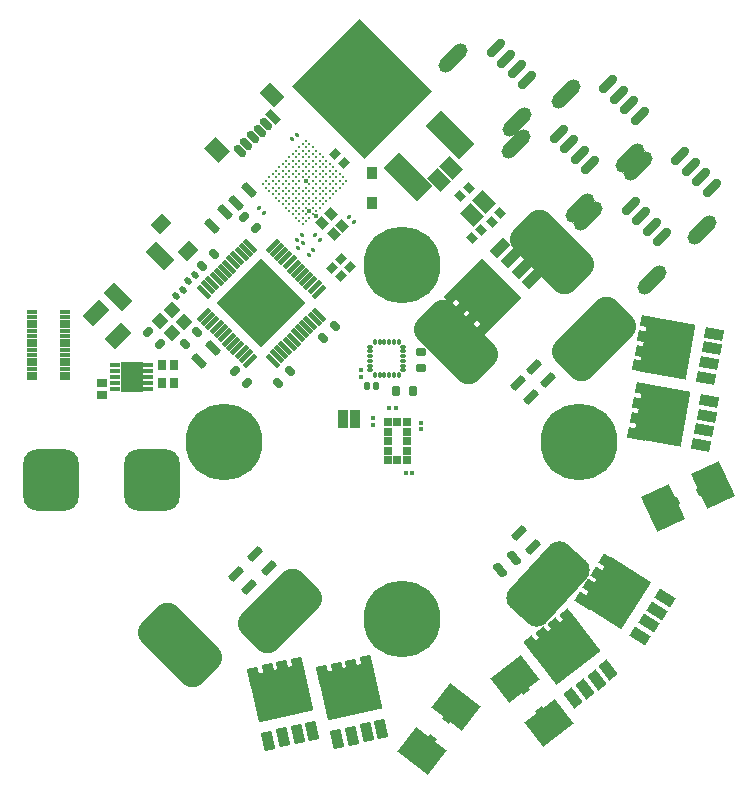
<source format=gts>
G04 Layer_Color=8388736*
%FSLAX44Y44*%
%MOMM*%
G71*
G01*
G75*
G04:AMPARAMS|DCode=15|XSize=0.508mm|YSize=0.6096mm|CornerRadius=0.127mm|HoleSize=0mm|Usage=FLASHONLY|Rotation=225.000|XOffset=0mm|YOffset=0mm|HoleType=Round|Shape=RoundedRectangle|*
%AMROUNDEDRECTD15*
21,1,0.5080,0.3556,0,0,225.0*
21,1,0.2540,0.6096,0,0,225.0*
1,1,0.2540,-0.2155,0.0359*
1,1,0.2540,-0.0359,0.2155*
1,1,0.2540,0.2155,-0.0359*
1,1,0.2540,0.0359,-0.2155*
%
%ADD15ROUNDEDRECTD15*%
G04:AMPARAMS|DCode=28|XSize=0.7112mm|YSize=1.3208mm|CornerRadius=0.1778mm|HoleSize=0mm|Usage=FLASHONLY|Rotation=135.000|XOffset=0mm|YOffset=0mm|HoleType=Round|Shape=RoundedRectangle|*
%AMROUNDEDRECTD28*
21,1,0.7112,0.9652,0,0,135.0*
21,1,0.3556,1.3208,0,0,135.0*
1,1,0.3556,0.2155,0.4670*
1,1,0.3556,0.4670,0.2155*
1,1,0.3556,-0.2155,-0.4670*
1,1,0.3556,-0.4670,-0.2155*
%
%ADD28ROUNDEDRECTD28*%
G04:AMPARAMS|DCode=32|XSize=0.7112mm|YSize=1.3208mm|CornerRadius=0.1778mm|HoleSize=0mm|Usage=FLASHONLY|Rotation=135.000|XOffset=0mm|YOffset=0mm|HoleType=Round|Shape=RoundedRectangle|*
%AMROUNDEDRECTD32*
21,1,0.7112,0.9652,0,0,135.0*
21,1,0.3556,1.3208,0,0,135.0*
1,1,0.3556,0.2155,0.4670*
1,1,0.3556,0.4670,0.2155*
1,1,0.3556,-0.2155,-0.4670*
1,1,0.3556,-0.4670,-0.2155*
%
%ADD32ROUNDEDRECTD32*%
G04:AMPARAMS|DCode=41|XSize=0.32mm|YSize=0.36mm|CornerRadius=0.08mm|HoleSize=0mm|Usage=FLASHONLY|Rotation=45.000|XOffset=0mm|YOffset=0mm|HoleType=Round|Shape=RoundedRectangle|*
%AMROUNDEDRECTD41*
21,1,0.3200,0.2000,0,0,45.0*
21,1,0.1600,0.3600,0,0,45.0*
1,1,0.1600,0.1273,-0.0141*
1,1,0.1600,0.0141,-0.1273*
1,1,0.1600,-0.1273,0.0141*
1,1,0.1600,-0.0141,0.1273*
%
%ADD41ROUNDEDRECTD41*%
G04:AMPARAMS|DCode=43|XSize=0.32mm|YSize=0.36mm|CornerRadius=0.08mm|HoleSize=0mm|Usage=FLASHONLY|Rotation=135.000|XOffset=0mm|YOffset=0mm|HoleType=Round|Shape=RoundedRectangle|*
%AMROUNDEDRECTD43*
21,1,0.3200,0.2000,0,0,135.0*
21,1,0.1600,0.3600,0,0,135.0*
1,1,0.1600,0.0141,0.1273*
1,1,0.1600,0.1273,0.0141*
1,1,0.1600,-0.0141,-0.1273*
1,1,0.1600,-0.1273,-0.0141*
%
%ADD43ROUNDEDRECTD43*%
G04:AMPARAMS|DCode=45|XSize=0.7112mm|YSize=1.3208mm|CornerRadius=0.1778mm|HoleSize=0mm|Usage=FLASHONLY|Rotation=45.296|XOffset=0mm|YOffset=0mm|HoleType=Round|Shape=RoundedRectangle|*
%AMROUNDEDRECTD45*
21,1,0.7112,0.9652,0,0,45.3*
21,1,0.3556,1.3208,0,0,45.3*
1,1,0.3556,0.4681,-0.2131*
1,1,0.3556,0.2179,-0.4658*
1,1,0.3556,-0.4681,0.2131*
1,1,0.3556,-0.2179,0.4658*
%
%ADD45ROUNDEDRECTD45*%
G04:AMPARAMS|DCode=49|XSize=0.6096mm|YSize=0.9144mm|CornerRadius=0.1524mm|HoleSize=0mm|Usage=FLASHONLY|Rotation=45.000|XOffset=0mm|YOffset=0mm|HoleType=Round|Shape=RoundedRectangle|*
%AMROUNDEDRECTD49*
21,1,0.6096,0.6096,0,0,45.0*
21,1,0.3048,0.9144,0,0,45.0*
1,1,0.3048,0.3233,-0.1078*
1,1,0.3048,0.1078,-0.3233*
1,1,0.3048,-0.3233,0.1078*
1,1,0.3048,-0.1078,0.3233*
%
%ADD49ROUNDEDRECTD49*%
G04:AMPARAMS|DCode=53|XSize=0.6096mm|YSize=0.9144mm|CornerRadius=0.1524mm|HoleSize=0mm|Usage=FLASHONLY|Rotation=135.000|XOffset=0mm|YOffset=0mm|HoleType=Round|Shape=RoundedRectangle|*
%AMROUNDEDRECTD53*
21,1,0.6096,0.6096,0,0,135.0*
21,1,0.3048,0.9144,0,0,135.0*
1,1,0.3048,0.1078,0.3233*
1,1,0.3048,0.3233,0.1078*
1,1,0.3048,-0.1078,-0.3233*
1,1,0.3048,-0.3233,-0.1078*
%
%ADD53ROUNDEDRECTD53*%
G04:AMPARAMS|DCode=54|XSize=0.32mm|YSize=0.36mm|CornerRadius=0.08mm|HoleSize=0mm|Usage=FLASHONLY|Rotation=0.000|XOffset=0mm|YOffset=0mm|HoleType=Round|Shape=RoundedRectangle|*
%AMROUNDEDRECTD54*
21,1,0.3200,0.2000,0,0,0.0*
21,1,0.1600,0.3600,0,0,0.0*
1,1,0.1600,0.0800,-0.1000*
1,1,0.1600,-0.0800,-0.1000*
1,1,0.1600,-0.0800,0.1000*
1,1,0.1600,0.0800,0.1000*
%
%ADD54ROUNDEDRECTD54*%
G04:AMPARAMS|DCode=55|XSize=0.32mm|YSize=0.36mm|CornerRadius=0.08mm|HoleSize=0mm|Usage=FLASHONLY|Rotation=270.000|XOffset=0mm|YOffset=0mm|HoleType=Round|Shape=RoundedRectangle|*
%AMROUNDEDRECTD55*
21,1,0.3200,0.2000,0,0,270.0*
21,1,0.1600,0.3600,0,0,270.0*
1,1,0.1600,-0.1000,-0.0800*
1,1,0.1600,-0.1000,0.0800*
1,1,0.1600,0.1000,0.0800*
1,1,0.1600,0.1000,-0.0800*
%
%ADD55ROUNDEDRECTD55*%
G04:AMPARAMS|DCode=59|XSize=0.508mm|YSize=0.6096mm|CornerRadius=0.127mm|HoleSize=0mm|Usage=FLASHONLY|Rotation=180.000|XOffset=0mm|YOffset=0mm|HoleType=Round|Shape=RoundedRectangle|*
%AMROUNDEDRECTD59*
21,1,0.5080,0.3556,0,0,180.0*
21,1,0.2540,0.6096,0,0,180.0*
1,1,0.2540,-0.1270,0.1778*
1,1,0.2540,0.1270,0.1778*
1,1,0.2540,0.1270,-0.1778*
1,1,0.2540,-0.1270,-0.1778*
%
%ADD59ROUNDEDRECTD59*%
G04:AMPARAMS|DCode=60|XSize=0.6096mm|YSize=0.9144mm|CornerRadius=0.1524mm|HoleSize=0mm|Usage=FLASHONLY|Rotation=0.000|XOffset=0mm|YOffset=0mm|HoleType=Round|Shape=RoundedRectangle|*
%AMROUNDEDRECTD60*
21,1,0.6096,0.6096,0,0,0.0*
21,1,0.3048,0.9144,0,0,0.0*
1,1,0.3048,0.1524,-0.3048*
1,1,0.3048,-0.1524,-0.3048*
1,1,0.3048,-0.1524,0.3048*
1,1,0.3048,0.1524,0.3048*
%
%ADD60ROUNDEDRECTD60*%
G04:AMPARAMS|DCode=61|XSize=0.6096mm|YSize=0.9144mm|CornerRadius=0.1524mm|HoleSize=0mm|Usage=FLASHONLY|Rotation=90.000|XOffset=0mm|YOffset=0mm|HoleType=Round|Shape=RoundedRectangle|*
%AMROUNDEDRECTD61*
21,1,0.6096,0.6096,0,0,90.0*
21,1,0.3048,0.9144,0,0,90.0*
1,1,0.3048,0.3048,0.1524*
1,1,0.3048,0.3048,-0.1524*
1,1,0.3048,-0.3048,-0.1524*
1,1,0.3048,-0.3048,0.1524*
%
%ADD61ROUNDEDRECTD61*%
G04:AMPARAMS|DCode=80|XSize=0.7112mm|YSize=1.3208mm|CornerRadius=0.1778mm|HoleSize=0mm|Usage=FLASHONLY|Rotation=220.000|XOffset=0mm|YOffset=0mm|HoleType=Round|Shape=RoundedRectangle|*
%AMROUNDEDRECTD80*
21,1,0.7112,0.9652,0,0,220.0*
21,1,0.3556,1.3208,0,0,220.0*
1,1,0.3556,-0.4464,0.2554*
1,1,0.3556,-0.1740,0.4840*
1,1,0.3556,0.4464,-0.2554*
1,1,0.3556,0.1740,-0.4840*
%
%ADD80ROUNDEDRECTD80*%
%ADD157C,0.2705*%
G04:AMPARAMS|DCode=158|XSize=4.2032mm|YSize=7.2032mm|CornerRadius=1.1016mm|HoleSize=0mm|Usage=FLASHONLY|Rotation=135.000|XOffset=0mm|YOffset=0mm|HoleType=Round|Shape=RoundedRectangle|*
%AMROUNDEDRECTD158*
21,1,4.2032,5.0000,0,0,135.0*
21,1,2.0000,7.2032,0,0,135.0*
1,1,2.2032,1.0607,2.4749*
1,1,2.2032,2.4749,1.0607*
1,1,2.2032,-1.0607,-2.4749*
1,1,2.2032,-2.4749,-1.0607*
%
%ADD158ROUNDEDRECTD158*%
G04:AMPARAMS|DCode=159|XSize=4.2032mm|YSize=7.2032mm|CornerRadius=1.1016mm|HoleSize=0mm|Usage=FLASHONLY|Rotation=225.000|XOffset=0mm|YOffset=0mm|HoleType=Round|Shape=RoundedRectangle|*
%AMROUNDEDRECTD159*
21,1,4.2032,5.0000,0,0,225.0*
21,1,2.0000,7.2032,0,0,225.0*
1,1,2.2032,-2.4749,1.0607*
1,1,2.2032,-1.0607,2.4749*
1,1,2.2032,2.4749,-1.0607*
1,1,2.2032,1.0607,-2.4749*
%
%ADD159ROUNDEDRECTD159*%
G04:AMPARAMS|DCode=160|XSize=1.8232mm|YSize=4.0132mm|CornerRadius=0mm|HoleSize=0mm|Usage=FLASHONLY|Rotation=225.000|XOffset=0mm|YOffset=0mm|HoleType=Round|Shape=Rectangle|*
%AMROTATEDRECTD160*
4,1,4,-0.7743,2.0635,2.0635,-0.7743,0.7743,-2.0635,-2.0635,0.7743,-0.7743,2.0635,0.0*
%
%ADD160ROTATEDRECTD160*%

G04:AMPARAMS|DCode=161|XSize=8.0732mm|YSize=8.7132mm|CornerRadius=0mm|HoleSize=0mm|Usage=FLASHONLY|Rotation=225.000|XOffset=0mm|YOffset=0mm|HoleType=Round|Shape=Rectangle|*
%AMROTATEDRECTD161*
4,1,4,-0.2263,5.9349,5.9349,-0.2263,0.2263,-5.9349,-5.9349,0.2263,-0.2263,5.9349,0.0*
%
%ADD161ROTATEDRECTD161*%

G04:AMPARAMS|DCode=162|XSize=4.0532mm|YSize=4.7232mm|CornerRadius=0mm|HoleSize=0mm|Usage=FLASHONLY|Rotation=102.602|XOffset=0mm|YOffset=0mm|HoleType=Round|Shape=Rectangle|*
%AMROTATEDRECTD162*
4,1,4,2.7469,-1.4625,-1.8626,-2.4930,-2.7469,1.4625,1.8626,2.4930,2.7469,-1.4625,0.0*
%
%ADD162ROTATEDRECTD162*%

G04:AMPARAMS|DCode=163|XSize=0.9132mm|YSize=1.5732mm|CornerRadius=0mm|HoleSize=0mm|Usage=FLASHONLY|Rotation=192.602|XOffset=0mm|YOffset=0mm|HoleType=Round|Shape=Rectangle|*
%AMROTATEDRECTD163*
4,1,4,0.2740,0.8673,0.6172,-0.6680,-0.2740,-0.8673,-0.6172,0.6680,0.2740,0.8673,0.0*
%
%ADD163ROTATEDRECTD163*%

G04:AMPARAMS|DCode=164|XSize=3.2532mm|YSize=2.6032mm|CornerRadius=0mm|HoleSize=0mm|Usage=FLASHONLY|Rotation=142.500|XOffset=0mm|YOffset=0mm|HoleType=Round|Shape=Rectangle|*
%AMROTATEDRECTD164*
4,1,4,2.0828,0.0424,0.4981,-2.0228,-2.0828,-0.0424,-0.4981,2.0228,2.0828,0.0424,0.0*
%
%ADD164ROTATEDRECTD164*%

%ADD165P,0.9945X4X187.5*%
G04:AMPARAMS|DCode=166|XSize=3.2532mm|YSize=2.6032mm|CornerRadius=0mm|HoleSize=0mm|Usage=FLASHONLY|Rotation=217.500|XOffset=0mm|YOffset=0mm|HoleType=Round|Shape=Rectangle|*
%AMROTATEDRECTD166*
4,1,4,0.4981,2.0228,2.0828,-0.0424,-0.4981,-2.0228,-2.0828,0.0424,0.4981,2.0228,0.0*
%
%ADD166ROTATEDRECTD166*%

%ADD167P,0.9945X4X262.5*%
G04:AMPARAMS|DCode=168|XSize=4.0532mm|YSize=4.7232mm|CornerRadius=0mm|HoleSize=0mm|Usage=FLASHONLY|Rotation=127.500|XOffset=0mm|YOffset=0mm|HoleType=Round|Shape=Rectangle|*
%AMROTATEDRECTD168*
4,1,4,3.1073,-0.1702,-0.6399,-3.0455,-3.1073,0.1702,0.6399,3.0455,3.1073,-0.1702,0.0*
%
%ADD168ROTATEDRECTD168*%

G04:AMPARAMS|DCode=169|XSize=0.9132mm|YSize=1.5732mm|CornerRadius=0mm|HoleSize=0mm|Usage=FLASHONLY|Rotation=217.500|XOffset=0mm|YOffset=0mm|HoleType=Round|Shape=Rectangle|*
%AMROTATEDRECTD169*
4,1,4,-0.1166,0.9020,0.8411,-0.3461,0.1166,-0.9020,-0.8411,0.3461,-0.1166,0.9020,0.0*
%
%ADD169ROTATEDRECTD169*%

G04:AMPARAMS|DCode=170|XSize=4.2032mm|YSize=7.2032mm|CornerRadius=1.1016mm|HoleSize=0mm|Usage=FLASHONLY|Rotation=317.500|XOffset=0mm|YOffset=0mm|HoleType=Round|Shape=RoundedRectangle|*
%AMROUNDEDRECTD170*
21,1,4.2032,5.0000,0,0,317.5*
21,1,2.0000,7.2032,0,0,317.5*
1,1,2.2032,-0.9517,-2.5188*
1,1,2.2032,-2.4263,-1.1676*
1,1,2.2032,0.9517,2.5188*
1,1,2.2032,2.4263,1.1676*
%
%ADD170ROUNDEDRECTD170*%
G04:AMPARAMS|DCode=171|XSize=3.2532mm|YSize=2.6032mm|CornerRadius=0mm|HoleSize=0mm|Usage=FLASHONLY|Rotation=295.000|XOffset=0mm|YOffset=0mm|HoleType=Round|Shape=Rectangle|*
%AMROTATEDRECTD171*
4,1,4,-1.8671,0.9241,0.4922,2.0243,1.8671,-0.9241,-0.4922,-2.0243,-1.8671,0.9241,0.0*
%
%ADD171ROTATEDRECTD171*%

%ADD172P,0.9945X4X340.0*%
G04:AMPARAMS|DCode=173|XSize=0.7112mm|YSize=0.8128mm|CornerRadius=0mm|HoleSize=0mm|Usage=FLASHONLY|Rotation=45.000|XOffset=0mm|YOffset=0mm|HoleType=Round|Shape=Rectangle|*
%AMROTATEDRECTD173*
4,1,4,0.0359,-0.5388,-0.5388,0.0359,-0.0359,0.5388,0.5388,-0.0359,0.0359,-0.5388,0.0*
%
%ADD173ROTATEDRECTD173*%

G04:AMPARAMS|DCode=174|XSize=1.6032mm|YSize=1.3032mm|CornerRadius=0mm|HoleSize=0mm|Usage=FLASHONLY|Rotation=135.000|XOffset=0mm|YOffset=0mm|HoleType=Round|Shape=Rectangle|*
%AMROTATEDRECTD174*
4,1,4,1.0276,-0.1061,0.1061,-1.0276,-1.0276,0.1061,-0.1061,1.0276,1.0276,-0.1061,0.0*
%
%ADD174ROTATEDRECTD174*%

G04:AMPARAMS|DCode=175|XSize=1.7032mm|YSize=1.4032mm|CornerRadius=0mm|HoleSize=0mm|Usage=FLASHONLY|Rotation=135.000|XOffset=0mm|YOffset=0mm|HoleType=Round|Shape=Rectangle|*
%AMROTATEDRECTD175*
4,1,4,1.0983,-0.1061,0.1061,-1.0983,-1.0983,0.1061,-0.1061,1.0983,1.0983,-0.1061,0.0*
%
%ADD175ROTATEDRECTD175*%

G04:AMPARAMS|DCode=176|XSize=0.7032mm|YSize=1.2032mm|CornerRadius=0.3516mm|HoleSize=0mm|Usage=FLASHONLY|Rotation=45.000|XOffset=0mm|YOffset=0mm|HoleType=Round|Shape=RoundedRectangle|*
%AMROUNDEDRECTD176*
21,1,0.7032,0.5000,0,0,45.0*
21,1,0.0000,1.2032,0,0,45.0*
1,1,0.7032,0.1768,-0.1768*
1,1,0.7032,0.1768,-0.1768*
1,1,0.7032,-0.1768,0.1768*
1,1,0.7032,-0.1768,0.1768*
%
%ADD176ROUNDEDRECTD176*%
G04:AMPARAMS|DCode=177|XSize=0.7032mm|YSize=1.2032mm|CornerRadius=0mm|HoleSize=0mm|Usage=FLASHONLY|Rotation=45.000|XOffset=0mm|YOffset=0mm|HoleType=Round|Shape=Rectangle|*
%AMROTATEDRECTD177*
4,1,4,0.1768,-0.6740,-0.6740,0.1768,-0.1768,0.6740,0.6740,-0.1768,0.1768,-0.6740,0.0*
%
%ADD177ROTATEDRECTD177*%

G04:AMPARAMS|DCode=178|XSize=1.7032mm|YSize=1.2032mm|CornerRadius=0mm|HoleSize=0mm|Usage=FLASHONLY|Rotation=135.000|XOffset=0mm|YOffset=0mm|HoleType=Round|Shape=Rectangle|*
%AMROTATEDRECTD178*
4,1,4,1.0276,-0.1768,0.1768,-1.0276,-1.0276,0.1768,-0.1768,1.0276,1.0276,-0.1768,0.0*
%
%ADD178ROTATEDRECTD178*%

%ADD179R,0.8128X1.0160*%
G04:AMPARAMS|DCode=180|XSize=0.7112mm|YSize=0.8128mm|CornerRadius=0mm|HoleSize=0mm|Usage=FLASHONLY|Rotation=315.000|XOffset=0mm|YOffset=0mm|HoleType=Round|Shape=Rectangle|*
%AMROTATEDRECTD180*
4,1,4,-0.5388,-0.0359,0.0359,0.5388,0.5388,0.0359,-0.0359,-0.5388,-0.5388,-0.0359,0.0*
%
%ADD180ROTATEDRECTD180*%

G04:AMPARAMS|DCode=181|XSize=0.9532mm|YSize=0.8032mm|CornerRadius=0mm|HoleSize=0mm|Usage=FLASHONLY|Rotation=315.000|XOffset=0mm|YOffset=0mm|HoleType=Round|Shape=Rectangle|*
%AMROTATEDRECTD181*
4,1,4,-0.6210,0.0530,-0.0530,0.6210,0.6210,-0.0530,0.0530,-0.6210,-0.6210,0.0530,0.0*
%
%ADD181ROTATEDRECTD181*%

G04:AMPARAMS|DCode=182|XSize=4.7032mm|YSize=5.2032mm|CornerRadius=1.2266mm|HoleSize=0mm|Usage=FLASHONLY|Rotation=180.000|XOffset=0mm|YOffset=0mm|HoleType=Round|Shape=RoundedRectangle|*
%AMROUNDEDRECTD182*
21,1,4.7032,2.7500,0,0,180.0*
21,1,2.2500,5.2032,0,0,180.0*
1,1,2.4532,-1.1250,1.3750*
1,1,2.4532,1.1250,1.3750*
1,1,2.4532,1.1250,-1.3750*
1,1,2.4532,-1.1250,-1.3750*
%
%ADD182ROUNDEDRECTD182*%
%ADD183P,7.5988X4X90.0*%
G04:AMPARAMS|DCode=184|XSize=0.4532mm|YSize=1.4532mm|CornerRadius=0mm|HoleSize=0mm|Usage=FLASHONLY|Rotation=45.000|XOffset=0mm|YOffset=0mm|HoleType=Round|Shape=Round|*
%AMOVALD184*
21,1,1.0000,0.4532,0.0000,0.0000,135.0*
1,1,0.4532,0.3535,-0.3535*
1,1,0.4532,-0.3535,0.3535*
%
%ADD184OVALD184*%

G04:AMPARAMS|DCode=185|XSize=0.4532mm|YSize=1.4532mm|CornerRadius=0mm|HoleSize=0mm|Usage=FLASHONLY|Rotation=135.000|XOffset=0mm|YOffset=0mm|HoleType=Round|Shape=Round|*
%AMOVALD185*
21,1,1.0000,0.4532,0.0000,0.0000,225.0*
1,1,0.4532,0.3535,0.3535*
1,1,0.4532,-0.3535,-0.3535*
%
%ADD185OVALD185*%

G04:AMPARAMS|DCode=186|XSize=1.1182mm|YSize=1.4232mm|CornerRadius=0mm|HoleSize=0mm|Usage=FLASHONLY|Rotation=315.000|XOffset=0mm|YOffset=0mm|HoleType=Round|Shape=Rectangle|*
%AMROTATEDRECTD186*
4,1,4,-0.8985,-0.1078,0.1078,0.8985,0.8985,0.1078,-0.1078,-0.8985,-0.8985,-0.1078,0.0*
%
%ADD186ROTATEDRECTD186*%

G04:AMPARAMS|DCode=187|XSize=1.9532mm|YSize=1.3032mm|CornerRadius=0mm|HoleSize=0mm|Usage=FLASHONLY|Rotation=45.000|XOffset=0mm|YOffset=0mm|HoleType=Round|Shape=Rectangle|*
%AMROTATEDRECTD187*
4,1,4,-0.2298,-1.1513,-1.1513,-0.2298,0.2298,1.1513,1.1513,0.2298,-0.2298,-1.1513,0.0*
%
%ADD187ROTATEDRECTD187*%

G04:AMPARAMS|DCode=188|XSize=1.0532mm|YSize=1.0032mm|CornerRadius=0mm|HoleSize=0mm|Usage=FLASHONLY|Rotation=315.000|XOffset=0mm|YOffset=0mm|HoleType=Round|Shape=Rectangle|*
%AMROTATEDRECTD188*
4,1,4,-0.7270,0.0177,-0.0177,0.7270,0.7270,-0.0177,0.0177,-0.7270,-0.7270,0.0177,0.0*
%
%ADD188ROTATEDRECTD188*%

%ADD189R,0.7032X0.7032*%
%ADD190R,0.7032X0.7032*%
%ADD191R,0.9332X0.5532*%
G04:AMPARAMS|DCode=192|XSize=0.557mm|YSize=0.3286mm|CornerRadius=0.13mm|HoleSize=0mm|Usage=FLASHONLY|Rotation=270.000|XOffset=0mm|YOffset=0mm|HoleType=Round|Shape=RoundedRectangle|*
%AMROUNDEDRECTD192*
21,1,0.5570,0.0686,0,0,270.0*
21,1,0.2970,0.3286,0,0,270.0*
1,1,0.2600,-0.0343,-0.1485*
1,1,0.2600,-0.0343,0.1485*
1,1,0.2600,0.0343,0.1485*
1,1,0.2600,0.0343,-0.1485*
%
%ADD192ROUNDEDRECTD192*%
G04:AMPARAMS|DCode=193|XSize=0.557mm|YSize=0.3286mm|CornerRadius=0.1071mm|HoleSize=0mm|Usage=FLASHONLY|Rotation=270.000|XOffset=0mm|YOffset=0mm|HoleType=Round|Shape=RoundedRectangle|*
%AMROUNDEDRECTD193*
21,1,0.5570,0.1143,0,0,270.0*
21,1,0.3427,0.3286,0,0,270.0*
1,1,0.2143,-0.0571,-0.1714*
1,1,0.2143,-0.0571,0.1714*
1,1,0.2143,0.0571,0.1714*
1,1,0.2143,0.0571,-0.1714*
%
%ADD193ROUNDEDRECTD193*%
G04:AMPARAMS|DCode=194|XSize=0.557mm|YSize=0.3286mm|CornerRadius=0.1529mm|HoleSize=0mm|Usage=FLASHONLY|Rotation=270.000|XOffset=0mm|YOffset=0mm|HoleType=Round|Shape=RoundedRectangle|*
%AMROUNDEDRECTD194*
21,1,0.5570,0.0229,0,0,270.0*
21,1,0.2513,0.3286,0,0,270.0*
1,1,0.3057,-0.0114,-0.1256*
1,1,0.3057,-0.0114,0.1256*
1,1,0.3057,0.0114,0.1256*
1,1,0.3057,0.0114,-0.1256*
%
%ADD194ROUNDEDRECTD194*%
G04:AMPARAMS|DCode=195|XSize=0.557mm|YSize=0.3286mm|CornerRadius=0.13mm|HoleSize=0mm|Usage=FLASHONLY|Rotation=0.000|XOffset=0mm|YOffset=0mm|HoleType=Round|Shape=RoundedRectangle|*
%AMROUNDEDRECTD195*
21,1,0.5570,0.0686,0,0,0.0*
21,1,0.2970,0.3286,0,0,0.0*
1,1,0.2600,0.1485,-0.0343*
1,1,0.2600,-0.1485,-0.0343*
1,1,0.2600,-0.1485,0.0343*
1,1,0.2600,0.1485,0.0343*
%
%ADD195ROUNDEDRECTD195*%
G04:AMPARAMS|DCode=196|XSize=0.557mm|YSize=0.3286mm|CornerRadius=0.1071mm|HoleSize=0mm|Usage=FLASHONLY|Rotation=0.000|XOffset=0mm|YOffset=0mm|HoleType=Round|Shape=RoundedRectangle|*
%AMROUNDEDRECTD196*
21,1,0.5570,0.1143,0,0,0.0*
21,1,0.3427,0.3286,0,0,0.0*
1,1,0.2143,0.1714,-0.0571*
1,1,0.2143,-0.1714,-0.0571*
1,1,0.2143,-0.1714,0.0571*
1,1,0.2143,0.1714,0.0571*
%
%ADD196ROUNDEDRECTD196*%
%ADD197R,0.9032X0.4532*%
%ADD198R,1.8532X2.5832*%
%ADD199R,0.8128X0.7112*%
G04:AMPARAMS|DCode=200|XSize=0.9132mm|YSize=1.5732mm|CornerRadius=0mm|HoleSize=0mm|Usage=FLASHONLY|Rotation=315.000|XOffset=0mm|YOffset=0mm|HoleType=Round|Shape=Rectangle|*
%AMROTATEDRECTD200*
4,1,4,-0.8791,-0.2333,0.2333,0.8791,0.8791,0.2333,-0.2333,-0.8791,-0.8791,-0.2333,0.0*
%
%ADD200ROTATEDRECTD200*%

G04:AMPARAMS|DCode=201|XSize=4.0532mm|YSize=4.7232mm|CornerRadius=0mm|HoleSize=0mm|Usage=FLASHONLY|Rotation=225.000|XOffset=0mm|YOffset=0mm|HoleType=Round|Shape=Rectangle|*
%AMROTATEDRECTD201*
4,1,4,-0.2369,3.1029,3.1029,-0.2369,0.2369,-3.1029,-3.1029,0.2369,-0.2369,3.1029,0.0*
%
%ADD201ROTATEDRECTD201*%

G04:AMPARAMS|DCode=202|XSize=4.0532mm|YSize=4.7232mm|CornerRadius=0mm|HoleSize=0mm|Usage=FLASHONLY|Rotation=147.500|XOffset=0mm|YOffset=0mm|HoleType=Round|Shape=Rectangle|*
%AMROTATEDRECTD202*
4,1,4,2.9781,0.9029,0.4403,-3.0806,-2.9781,-0.9029,-0.4403,3.0806,2.9781,0.9029,0.0*
%
%ADD202ROTATEDRECTD202*%

G04:AMPARAMS|DCode=203|XSize=0.9132mm|YSize=1.5732mm|CornerRadius=0mm|HoleSize=0mm|Usage=FLASHONLY|Rotation=237.500|XOffset=0mm|YOffset=0mm|HoleType=Round|Shape=Rectangle|*
%AMROTATEDRECTD203*
4,1,4,-0.4181,0.8077,0.9087,-0.0376,0.4181,-0.8077,-0.9087,0.0376,-0.4181,0.8077,0.0*
%
%ADD203ROTATEDRECTD203*%

G04:AMPARAMS|DCode=204|XSize=4.0532mm|YSize=4.7232mm|CornerRadius=0mm|HoleSize=0mm|Usage=FLASHONLY|Rotation=169.830|XOffset=0mm|YOffset=0mm|HoleType=Round|Shape=Rectangle|*
%AMROTATEDRECTD204*
4,1,4,2.4118,1.9667,1.5778,-2.6823,-2.4118,-1.9667,-1.5778,2.6823,2.4118,1.9667,0.0*
%
%ADD204ROTATEDRECTD204*%

G04:AMPARAMS|DCode=205|XSize=0.9132mm|YSize=1.5732mm|CornerRadius=0mm|HoleSize=0mm|Usage=FLASHONLY|Rotation=259.830|XOffset=0mm|YOffset=0mm|HoleType=Round|Shape=Rectangle|*
%AMROTATEDRECTD205*
4,1,4,-0.6936,0.5883,0.8549,0.3105,0.6936,-0.5883,-0.8549,-0.3105,-0.6936,0.5883,0.0*
%
%ADD205ROTATEDRECTD205*%

G04:AMPARAMS|DCode=206|XSize=4.0532mm|YSize=4.7232mm|CornerRadius=0mm|HoleSize=0mm|Usage=FLASHONLY|Rotation=169.898|XOffset=0mm|YOffset=0mm|HoleType=Round|Shape=Rectangle|*
%AMROTATEDRECTD206*
4,1,4,2.4094,1.9695,1.5810,-2.6805,-2.4094,-1.9695,-1.5810,2.6805,2.4094,1.9695,0.0*
%
%ADD206ROTATEDRECTD206*%

G04:AMPARAMS|DCode=207|XSize=0.9132mm|YSize=1.5732mm|CornerRadius=0mm|HoleSize=0mm|Usage=FLASHONLY|Rotation=259.898|XOffset=0mm|YOffset=0mm|HoleType=Round|Shape=Rectangle|*
%AMROTATEDRECTD207*
4,1,4,-0.6943,0.5875,0.8545,0.3115,0.6943,-0.5875,-0.8545,-0.3115,-0.6943,0.5875,0.0*
%
%ADD207ROTATEDRECTD207*%

%ADD208R,0.7112X0.8128*%
%ADD209R,0.9144X0.4064*%
G04:AMPARAMS|DCode=210|XSize=3.0226mm|YSize=1.2192mm|CornerRadius=0.6096mm|HoleSize=0mm|Usage=FLASHONLY|Rotation=45.000|XOffset=0mm|YOffset=0mm|HoleType=Round|Shape=RoundedRectangle|*
%AMROUNDEDRECTD210*
21,1,3.0226,0.0000,0,0,45.0*
21,1,1.8034,1.2192,0,0,45.0*
1,1,1.2192,0.6376,0.6376*
1,1,1.2192,-0.6376,-0.6376*
1,1,1.2192,-0.6376,-0.6376*
1,1,1.2192,0.6376,0.6376*
%
%ADD210ROUNDEDRECTD210*%
G04:AMPARAMS|DCode=211|XSize=0.8128mm|YSize=1.905mm|CornerRadius=0.4064mm|HoleSize=0mm|Usage=FLASHONLY|Rotation=315.000|XOffset=0mm|YOffset=0mm|HoleType=Round|Shape=RoundedRectangle|*
%AMROUNDEDRECTD211*
21,1,0.8128,1.0922,0,0,315.0*
21,1,0.0000,1.9050,0,0,315.0*
1,1,0.8128,-0.3861,-0.3861*
1,1,0.8128,-0.3861,-0.3861*
1,1,0.8128,0.3861,0.3861*
1,1,0.8128,0.3861,0.3861*
%
%ADD211ROUNDEDRECTD211*%
G04:AMPARAMS|DCode=212|XSize=1.2032mm|YSize=2.2032mm|CornerRadius=0mm|HoleSize=0mm|Usage=FLASHONLY|Rotation=45.000|XOffset=0mm|YOffset=0mm|HoleType=Round|Shape=Rectangle|*
%AMROTATEDRECTD212*
4,1,4,0.3535,-1.2044,-1.2044,0.3535,-0.3535,1.2044,1.2044,-0.3535,0.3535,-1.2044,0.0*
%
%ADD212ROTATEDRECTD212*%

G04:AMPARAMS|DCode=213|XSize=4.0532mm|YSize=4.7232mm|CornerRadius=0mm|HoleSize=0mm|Usage=FLASHONLY|Rotation=102.500|XOffset=0mm|YOffset=0mm|HoleType=Round|Shape=Rectangle|*
%AMROTATEDRECTD213*
4,1,4,2.7443,-1.4674,-1.8670,-2.4897,-2.7443,1.4674,1.8670,2.4897,2.7443,-1.4674,0.0*
%
%ADD213ROTATEDRECTD213*%

G04:AMPARAMS|DCode=214|XSize=0.9132mm|YSize=1.5732mm|CornerRadius=0mm|HoleSize=0mm|Usage=FLASHONLY|Rotation=192.500|XOffset=0mm|YOffset=0mm|HoleType=Round|Shape=Rectangle|*
%AMROTATEDRECTD214*
4,1,4,0.2755,0.8668,0.6160,-0.6691,-0.2755,-0.8668,-0.6160,0.6691,0.2755,0.8668,0.0*
%
%ADD214ROTATEDRECTD214*%

%ADD215C,6.5032*%
%ADD216C,0.4032*%
D15*
X777836Y793131D02*
D03*
X783493Y798788D02*
D03*
X793653Y811488D02*
D03*
X787996Y805831D02*
D03*
D28*
X1080077Y581083D02*
D03*
X1068763Y592397D02*
D03*
X1081463Y733367D02*
D03*
X1092777Y722053D02*
D03*
X845243Y574617D02*
D03*
X856557Y563303D02*
D03*
X828733Y558107D02*
D03*
X840047Y546793D02*
D03*
D32*
X1078807Y708083D02*
D03*
X1067493Y719397D02*
D03*
D41*
X880434Y930020D02*
D03*
X876475Y926060D02*
D03*
X884630Y845260D02*
D03*
X880670Y841300D02*
D03*
X881179Y834244D02*
D03*
X885138Y838204D02*
D03*
X894404Y832230D02*
D03*
X890445Y828270D02*
D03*
D43*
X924735Y860170D02*
D03*
X928694Y856210D02*
D03*
X895708Y845114D02*
D03*
X899668Y841154D02*
D03*
X848535Y867790D02*
D03*
X852494Y863830D02*
D03*
D45*
X828763Y871884D02*
D03*
X840018Y883256D02*
D03*
X819705Y864199D02*
D03*
X808435Y852841D02*
D03*
X797868Y738233D02*
D03*
X809181Y749547D02*
D03*
D49*
X799845Y818950D02*
D03*
X809744Y828849D02*
D03*
X795774Y762810D02*
D03*
X785875Y752910D02*
D03*
X902715Y757990D02*
D03*
X912614Y767889D02*
D03*
X874514Y729790D02*
D03*
X864615Y719890D02*
D03*
D53*
X764024Y752910D02*
D03*
X754125Y762810D02*
D03*
X827785Y729790D02*
D03*
X837684Y719890D02*
D03*
X845304Y850700D02*
D03*
X835405Y860600D02*
D03*
D54*
X958590Y698500D02*
D03*
X964190D02*
D03*
X978160Y643890D02*
D03*
X972560D02*
D03*
D55*
X985520Y686060D02*
D03*
Y680460D02*
D03*
X944880Y689870D02*
D03*
Y684270D02*
D03*
X934720Y724910D02*
D03*
Y730510D02*
D03*
D59*
X939610Y717550D02*
D03*
X947610D02*
D03*
D60*
X964550Y713432D02*
D03*
X978550Y713432D02*
D03*
D61*
X985520Y732140D02*
D03*
X985520Y746140D02*
D03*
D80*
X1064573Y571742D02*
D03*
X1052317Y561457D02*
D03*
D157*
X888179Y924922D02*
D03*
X891008Y922094D02*
D03*
X893836Y919266D02*
D03*
X896665Y916437D02*
D03*
X899493Y913609D02*
D03*
X902322Y910780D02*
D03*
X905150Y907952D02*
D03*
X907978Y905124D02*
D03*
X910807Y902295D02*
D03*
X913635Y899467D02*
D03*
X916464Y896638D02*
D03*
X919292Y893810D02*
D03*
X922121Y890981D02*
D03*
X885351Y922094D02*
D03*
X888179Y919266D02*
D03*
X891008Y916437D02*
D03*
X893836Y913609D02*
D03*
X896665Y910780D02*
D03*
X899493Y907952D02*
D03*
X902321Y905124D02*
D03*
X905150Y902295D02*
D03*
X907978Y899467D02*
D03*
X910807Y896638D02*
D03*
X913635Y893810D02*
D03*
X916464Y890981D02*
D03*
X919292Y888153D02*
D03*
X882523Y919266D02*
D03*
X885351Y916437D02*
D03*
X888179Y913609D02*
D03*
X891008Y910780D02*
D03*
X893836Y907952D02*
D03*
X896665Y905124D02*
D03*
X899493Y902295D02*
D03*
X902321Y899467D02*
D03*
X905150Y896638D02*
D03*
X907978Y893810D02*
D03*
X910807Y890981D02*
D03*
X913635Y888153D02*
D03*
X916464Y885324D02*
D03*
X879694Y916437D02*
D03*
X882523Y913609D02*
D03*
X885351Y910780D02*
D03*
X888179Y907952D02*
D03*
X891008Y905124D02*
D03*
X893836Y902295D02*
D03*
X896665Y899467D02*
D03*
X899493Y896638D02*
D03*
X902322Y893810D02*
D03*
X905150Y890981D02*
D03*
X907978Y888153D02*
D03*
X910807Y885324D02*
D03*
X913635Y882496D02*
D03*
X876866Y913609D02*
D03*
X879694Y910780D02*
D03*
X882523Y907952D02*
D03*
X885351Y905124D02*
D03*
X888179Y902295D02*
D03*
X891008Y899467D02*
D03*
X893836Y896638D02*
D03*
X896665Y893810D02*
D03*
X899493Y890981D02*
D03*
X902321Y888153D02*
D03*
X905150Y885324D02*
D03*
X907978Y882496D02*
D03*
X910807Y879668D02*
D03*
X874037Y910780D02*
D03*
X876866Y907952D02*
D03*
X879694Y905124D02*
D03*
X882523Y902295D02*
D03*
X885351Y899467D02*
D03*
X888179Y896638D02*
D03*
X891008Y893810D02*
D03*
X893836Y890981D02*
D03*
X896665Y888153D02*
D03*
X899493Y885324D02*
D03*
X902321Y882496D02*
D03*
X905150Y879668D02*
D03*
X907978Y876839D02*
D03*
X871209Y907952D02*
D03*
X874037Y905124D02*
D03*
X876866Y902295D02*
D03*
X879694Y899467D02*
D03*
X882523Y896638D02*
D03*
X885351Y893810D02*
D03*
X891008Y888153D02*
D03*
X893836Y885324D02*
D03*
X896665Y882496D02*
D03*
X899493Y879668D02*
D03*
X902322Y876839D02*
D03*
X905150Y874011D02*
D03*
X868380Y905124D02*
D03*
X871209Y902295D02*
D03*
X874037Y899467D02*
D03*
X876866Y896638D02*
D03*
X879694Y893810D02*
D03*
X882523Y890981D02*
D03*
X888179Y885324D02*
D03*
X891008Y882496D02*
D03*
X893836Y879668D02*
D03*
X896665Y876839D02*
D03*
X899493Y874011D02*
D03*
X902321Y871182D02*
D03*
X865552Y902295D02*
D03*
X868380Y899467D02*
D03*
X871209Y896638D02*
D03*
X874037Y893810D02*
D03*
X876866Y890981D02*
D03*
X879694Y888153D02*
D03*
X882523Y885324D02*
D03*
X885351Y882496D02*
D03*
X888179Y879668D02*
D03*
X891008Y876839D02*
D03*
X893836Y874011D02*
D03*
X896665Y871182D02*
D03*
X899493Y868354D02*
D03*
X862723Y899467D02*
D03*
X865552Y896638D02*
D03*
X868380Y893810D02*
D03*
X871209Y890981D02*
D03*
X874037Y888153D02*
D03*
X876866Y885324D02*
D03*
X879694Y882496D02*
D03*
X882523Y879668D02*
D03*
X885351Y876839D02*
D03*
X888179Y874011D02*
D03*
X891008Y871182D02*
D03*
X893836Y868354D02*
D03*
X896665Y865526D02*
D03*
X859895Y896638D02*
D03*
X862723Y893810D02*
D03*
X865552Y890981D02*
D03*
X868380Y888153D02*
D03*
X871209Y885324D02*
D03*
X874037Y882496D02*
D03*
X876866Y879668D02*
D03*
X879694Y876839D02*
D03*
X882523Y874011D02*
D03*
X885351Y871182D02*
D03*
X888179Y868354D02*
D03*
X891008Y865526D02*
D03*
X893836Y862697D02*
D03*
X857067Y893810D02*
D03*
X859895Y890981D02*
D03*
X862724Y888153D02*
D03*
X865552Y885324D02*
D03*
X868380Y882496D02*
D03*
X871209Y879668D02*
D03*
X874037Y876839D02*
D03*
X876866Y874011D02*
D03*
X879694Y871182D02*
D03*
X882523Y868354D02*
D03*
X885351Y865526D02*
D03*
X888179Y862697D02*
D03*
X891008Y859869D02*
D03*
X854238Y890981D02*
D03*
X857067Y888153D02*
D03*
X859895Y885324D02*
D03*
X862724Y882496D02*
D03*
X865552Y879668D02*
D03*
X868380Y876839D02*
D03*
X871209Y874011D02*
D03*
X874037Y871182D02*
D03*
X876866Y868354D02*
D03*
X879694Y865526D02*
D03*
X882523Y862697D02*
D03*
X885351Y859869D02*
D03*
X888179Y857040D02*
D03*
X851410Y888153D02*
D03*
X854238Y885324D02*
D03*
X857067Y882496D02*
D03*
X859895Y879668D02*
D03*
X862723Y876839D02*
D03*
X865552Y874011D02*
D03*
X868380Y871182D02*
D03*
X871209Y868354D02*
D03*
X874037Y865526D02*
D03*
X876866Y862697D02*
D03*
X879694Y859869D02*
D03*
X882523Y857040D02*
D03*
X885351Y854212D02*
D03*
D158*
X866140Y527050D02*
D03*
X1131570Y756920D02*
D03*
D159*
X781050Y497840D02*
D03*
X1014730Y754380D02*
D03*
X1096010Y830580D02*
D03*
D160*
X974090Y894080D02*
D03*
X1010011Y930001D02*
D03*
D161*
X935482Y968609D02*
D03*
D162*
X866607Y457581D02*
D03*
D163*
X844046Y471186D02*
D03*
X856440Y473957D02*
D03*
X868833Y476728D02*
D03*
X881228Y479499D02*
D03*
X893315Y425434D02*
D03*
X880920Y422663D02*
D03*
X868526Y419892D02*
D03*
X856132Y417121D02*
D03*
D164*
X1015066Y445364D02*
D03*
X986454Y408076D02*
D03*
D165*
X993805Y417246D02*
D03*
X1008112Y435890D02*
D03*
D166*
X1065194Y469494D02*
D03*
X1093806Y432206D02*
D03*
D167*
X1086851Y441680D02*
D03*
X1072545Y460324D02*
D03*
D168*
X1106350Y494340D02*
D03*
D169*
X1080158Y497182D02*
D03*
X1090233Y504913D02*
D03*
X1100309Y512644D02*
D03*
X1110384Y520376D02*
D03*
X1144110Y476424D02*
D03*
X1134034Y468693D02*
D03*
X1123959Y460961D02*
D03*
X1113883Y453230D02*
D03*
D170*
X1093123Y549341D02*
D03*
D171*
X1190282Y613638D02*
D03*
X1232878Y633502D02*
D03*
D172*
X1222123Y628762D02*
D03*
X1200825Y618831D02*
D03*
D173*
X1052612Y863382D02*
D03*
X1045484Y856254D02*
D03*
X1025885Y884915D02*
D03*
X1018758Y877788D02*
D03*
X1036102Y849412D02*
D03*
X1028974Y842284D02*
D03*
D174*
X1028477Y862107D02*
D03*
X1039083Y872713D02*
D03*
X1000537Y891317D02*
D03*
X1011143Y901923D02*
D03*
D175*
X812654Y917407D02*
D03*
D176*
X831850Y916596D02*
D03*
X837507Y922253D02*
D03*
X843164Y927909D02*
D03*
X848820Y933566D02*
D03*
X854477Y939223D02*
D03*
D177*
X860134Y944880D02*
D03*
D178*
X859322Y964077D02*
D03*
D179*
X943610Y872625D02*
D03*
X943610Y897824D02*
D03*
D180*
X912714Y913456D02*
D03*
X919841Y906329D02*
D03*
X925170Y817824D02*
D03*
X918042Y824952D02*
D03*
X917550Y810204D02*
D03*
X910422Y817332D02*
D03*
D181*
X901896Y855617D02*
D03*
X908967Y862688D02*
D03*
X911442Y846071D02*
D03*
X918513Y853142D02*
D03*
D182*
X672510Y637540D02*
D03*
X757510Y637540D02*
D03*
D183*
X850300Y787454D02*
D03*
D184*
X801686Y797177D02*
D03*
X805222Y800712D02*
D03*
X808757Y804248D02*
D03*
X812293Y807783D02*
D03*
X815828Y811319D02*
D03*
X819364Y814854D02*
D03*
X822899Y818390D02*
D03*
X826435Y821925D02*
D03*
X829970Y825461D02*
D03*
X833506Y828996D02*
D03*
X837041Y832532D02*
D03*
X840577Y836067D02*
D03*
X898913Y777731D02*
D03*
X895378Y774196D02*
D03*
X891842Y770660D02*
D03*
X888307Y767124D02*
D03*
X884771Y763589D02*
D03*
X881236Y760053D02*
D03*
X877700Y756518D02*
D03*
X874165Y752982D02*
D03*
X870629Y749447D02*
D03*
X867094Y745911D02*
D03*
X863558Y742376D02*
D03*
X860023Y738840D02*
D03*
D185*
Y836067D02*
D03*
X863558Y832532D02*
D03*
X867094Y828996D02*
D03*
X870629Y825461D02*
D03*
X874165Y821925D02*
D03*
X877700Y818390D02*
D03*
X881236Y814854D02*
D03*
X884771Y811319D02*
D03*
X888307Y807783D02*
D03*
X891842Y804248D02*
D03*
X895378Y800712D02*
D03*
X898913Y797177D02*
D03*
X840577Y738840D02*
D03*
X837042Y742376D02*
D03*
X833506Y745911D02*
D03*
X829970Y749447D02*
D03*
X826435Y752982D02*
D03*
X822899Y756518D02*
D03*
X819364Y760053D02*
D03*
X815828Y763589D02*
D03*
X812293Y767124D02*
D03*
X808757Y770660D02*
D03*
X805222Y774196D02*
D03*
X801686Y777731D02*
D03*
D186*
X788433Y831371D02*
D03*
X765276Y854529D02*
D03*
D187*
X710159Y778836D02*
D03*
X729250Y759744D02*
D03*
D188*
X764285Y771960D02*
D03*
X774184Y781860D02*
D03*
X784344Y771700D02*
D03*
X774445Y761800D02*
D03*
D189*
X965200Y654560D02*
D03*
Y686560D02*
D03*
D190*
X973200Y654560D02*
D03*
Y662560D02*
D03*
Y670560D02*
D03*
Y678560D02*
D03*
Y686560D02*
D03*
X957200D02*
D03*
Y678560D02*
D03*
Y670560D02*
D03*
Y662560D02*
D03*
Y654560D02*
D03*
D191*
X929910Y684610D02*
D03*
Y689610D02*
D03*
Y694610D02*
D03*
X919210Y684610D02*
D03*
Y689610D02*
D03*
Y694610D02*
D03*
D192*
X946310Y754410D02*
D03*
X966470Y726410D02*
D03*
X946310Y726410D02*
D03*
D193*
X950310Y754410D02*
D03*
X954310Y754410D02*
D03*
X958342D02*
D03*
X962406D02*
D03*
Y726410D02*
D03*
X958342Y726410D02*
D03*
X954310D02*
D03*
X950310Y726410D02*
D03*
D194*
X966470Y754410D02*
D03*
D195*
X970310Y750570D02*
D03*
X970310Y730410D02*
D03*
X942310D02*
D03*
Y750570D02*
D03*
D196*
X970310Y746506D02*
D03*
X970310Y742442D02*
D03*
Y738410D02*
D03*
X970310Y734410D02*
D03*
X942310Y734410D02*
D03*
X942310Y738410D02*
D03*
Y742442D02*
D03*
Y746506D02*
D03*
D197*
X726680Y735090D02*
D03*
Y730090D02*
D03*
Y725090D02*
D03*
Y720090D02*
D03*
Y715090D02*
D03*
X754380Y735090D02*
D03*
Y730090D02*
D03*
Y725090D02*
D03*
Y720090D02*
D03*
Y715090D02*
D03*
D198*
X740530Y725090D02*
D03*
D199*
X715518Y709850D02*
D03*
Y719930D02*
D03*
D200*
X1079537Y807486D02*
D03*
X1070557Y816467D02*
D03*
X1061577Y825447D02*
D03*
X1052596Y834427D02*
D03*
X1013423Y795254D02*
D03*
X1022403Y786273D02*
D03*
X1031383Y777293D02*
D03*
X1040364Y768313D02*
D03*
D201*
X1039762Y794652D02*
D03*
D202*
X1150124Y541682D02*
D03*
D203*
X1124539Y535394D02*
D03*
X1131363Y546105D02*
D03*
X1138186Y556816D02*
D03*
X1145010Y567527D02*
D03*
X1191734Y537761D02*
D03*
X1184910Y527050D02*
D03*
X1178086Y516339D02*
D03*
X1171263Y505628D02*
D03*
D204*
X1189529Y692558D02*
D03*
D205*
X1168252Y677020D02*
D03*
X1170494Y689521D02*
D03*
X1172736Y702021D02*
D03*
X1174979Y714522D02*
D03*
X1229508Y704740D02*
D03*
X1227266Y692239D02*
D03*
X1225024Y679739D02*
D03*
X1222781Y667238D02*
D03*
D206*
X1193850Y749377D02*
D03*
D207*
X1172591Y733814D02*
D03*
X1174819Y746317D02*
D03*
X1177046Y758820D02*
D03*
X1179274Y771323D02*
D03*
X1233815Y761606D02*
D03*
X1231587Y749103D02*
D03*
X1229360Y736600D02*
D03*
X1227132Y724097D02*
D03*
D208*
X775970Y735330D02*
D03*
X765890D02*
D03*
X775970Y720090D02*
D03*
X765890D02*
D03*
D209*
X656060Y723646D02*
D03*
X656060Y727456D02*
D03*
X656060Y731520D02*
D03*
X684276Y723646D02*
D03*
X684276Y727456D02*
D03*
X684276Y731520D02*
D03*
X656060Y735584D02*
D03*
X684276D02*
D03*
X656060Y739648D02*
D03*
X684276Y739648D02*
D03*
X684276Y759680D02*
D03*
X656060Y759680D02*
D03*
X684276Y755680D02*
D03*
X656060Y755680D02*
D03*
X684276Y751680D02*
D03*
X656060Y751680D02*
D03*
X684276Y747680D02*
D03*
X656060Y747680D02*
D03*
X684276Y743680D02*
D03*
X656060Y743680D02*
D03*
X684276Y779712D02*
D03*
X656060Y779712D02*
D03*
X684276Y775712D02*
D03*
X656060Y775712D02*
D03*
X684276Y771712D02*
D03*
X656060Y771712D02*
D03*
X684276Y767712D02*
D03*
X656060Y767712D02*
D03*
X684276Y763712D02*
D03*
X656060Y763712D02*
D03*
D210*
X1108013Y964134D02*
D03*
X1162181Y909967D02*
D03*
X1168973Y903174D02*
D03*
X1223140Y849007D02*
D03*
X1012763Y994614D02*
D03*
X1066931Y940447D02*
D03*
X1127063Y861264D02*
D03*
X1181231Y807097D02*
D03*
X1066103Y922224D02*
D03*
X1120271Y868057D02*
D03*
D211*
X1144117Y972578D02*
D03*
X1152917Y963777D02*
D03*
X1161827Y954867D02*
D03*
X1170666Y946029D02*
D03*
X1205077Y911618D02*
D03*
X1213877Y902817D02*
D03*
X1222787Y893908D02*
D03*
X1231626Y885069D02*
D03*
X1048867Y1003058D02*
D03*
X1057667Y994257D02*
D03*
X1066577Y985348D02*
D03*
X1075416Y976509D02*
D03*
X1163167Y869708D02*
D03*
X1171967Y860907D02*
D03*
X1180877Y851998D02*
D03*
X1189716Y843159D02*
D03*
X1102207Y930668D02*
D03*
X1111007Y921867D02*
D03*
X1119917Y912958D02*
D03*
X1128756Y904119D02*
D03*
D212*
X764052Y827607D02*
D03*
X728697Y792252D02*
D03*
D213*
X925044Y458855D02*
D03*
D214*
X902506Y472500D02*
D03*
X914905Y475249D02*
D03*
X927304Y477998D02*
D03*
X939703Y480747D02*
D03*
X951694Y426660D02*
D03*
X939295Y423911D02*
D03*
X926896Y421162D02*
D03*
X914497Y418413D02*
D03*
D215*
X969026Y519742D02*
D03*
Y819742D02*
D03*
X1119026Y669742D02*
D03*
X819026Y669742D02*
D03*
D216*
X896246Y861434D02*
D03*
X891008Y865526D02*
D03*
X1028700Y844550D02*
D03*
X888033Y891128D02*
D03*
X944880Y897890D02*
D03*
X1018758Y877788D02*
D03*
X1065530Y986790D02*
D03*
X1055279Y991870D02*
D03*
M02*

</source>
